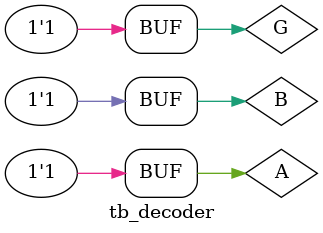
<source format=v>
`timescale 1ns / 1ns

module tb_decoder;

    reg G, A, B;
    wire [7:0] Y;

    decoder_3to8 uut(.G(G), .A(A), .B(B), .Y(Y));

    initial begin
        G = 0;
        {A, B} = 2'b00;
        #100;
        {A, B} = 2'b01;
        #100;
        {A, B} = 2'b10;
        #100;
        {A, B} = 2'b11;
        #100;

        G = 1;
        {A, B} = 2'b00;
        #100;
        {A, B} = 2'b01;
        #100;
        {A, B} = 2'b10;
        #100;
        {A, B} = 2'b11;
        #100;
    end

endmodule

</source>
